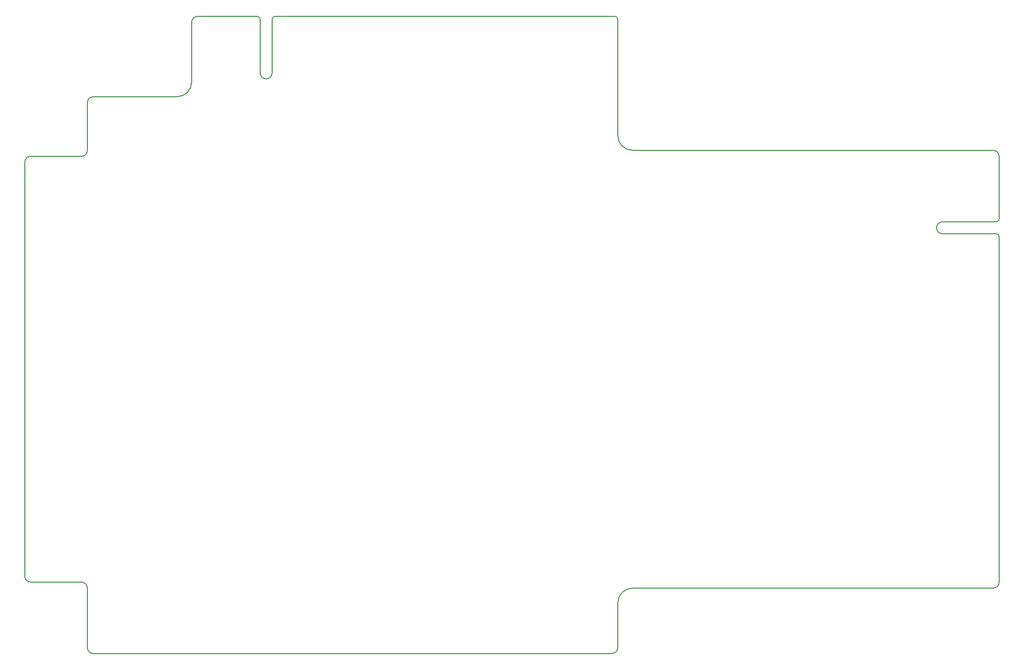
<source format=gm1>
G04 #@! TF.FileFunction,Profile,NP*
%FSLAX46Y46*%
G04 Gerber Fmt 4.6, Leading zero omitted, Abs format (unit mm)*
G04 Created by KiCad (PCBNEW 4.0.5) date 11/08/17 14:32:28*
%MOMM*%
%LPD*%
G01*
G04 APERTURE LIST*
%ADD10C,0.100000*%
%ADD11C,0.150000*%
G04 APERTURE END LIST*
D10*
D11*
X161544000Y-135128000D02*
X161544000Y-142748000D01*
X71120000Y-132588000D02*
X71120000Y-142748000D01*
X216916000Y-70104000D02*
G75*
G03X215900000Y-71120000I0J-1016000D01*
G01*
X215900000Y-71120000D02*
G75*
G03X216916000Y-72136000I1016000J0D01*
G01*
X86360000Y-48768000D02*
G75*
G03X88900000Y-46228000I0J2540000D01*
G01*
X101600000Y-45720000D02*
G75*
G03X102616000Y-44704000I0J1016000D01*
G01*
X100584000Y-44704000D02*
G75*
G03X101600000Y-45720000I1016000J0D01*
G01*
X88900000Y-46228000D02*
X88900000Y-36068000D01*
X161544000Y-35560000D02*
X161544000Y-55372000D01*
X100076000Y-35052000D02*
X89916000Y-35052000D01*
X100584000Y-44704000D02*
X100584000Y-35560000D01*
X102616000Y-35560000D02*
X102616000Y-44704000D01*
X161036000Y-35052000D02*
X103124000Y-35052000D01*
X89916000Y-35052000D02*
G75*
G03X88900000Y-36068000I0J-1016000D01*
G01*
X100584000Y-35560000D02*
G75*
G03X100076000Y-35052000I-508000J0D01*
G01*
X103124000Y-35052000D02*
G75*
G03X102616000Y-35560000I0J-508000D01*
G01*
X161544000Y-35560000D02*
G75*
G03X161036000Y-35052000I-508000J0D01*
G01*
X160528000Y-143764000D02*
X72136000Y-143764000D01*
X160528000Y-143764000D02*
G75*
G03X161544000Y-142748000I0J1016000D01*
G01*
X164084000Y-132588000D02*
G75*
G03X161544000Y-135128000I0J-2540000D01*
G01*
X86360000Y-48768000D02*
X72136000Y-48768000D01*
X164084000Y-132588000D02*
X225552000Y-132588000D01*
X164084000Y-57912000D02*
X225552000Y-57912000D01*
X161544000Y-55372000D02*
G75*
G03X164084000Y-57912000I2540000J0D01*
G01*
X70104000Y-58928000D02*
X61468000Y-58928000D01*
X71120000Y-49784000D02*
X71120000Y-57912000D01*
X226568000Y-69596000D02*
X226568000Y-58928000D01*
X216916000Y-70104000D02*
X226060000Y-70104000D01*
X226060000Y-72136000D02*
X216916000Y-72136000D01*
X226568000Y-131572000D02*
X226568000Y-72644000D01*
X61468000Y-131572000D02*
X70104000Y-131572000D01*
X60452000Y-59944000D02*
X60452000Y-130556000D01*
X70104000Y-58928000D02*
G75*
G03X71120000Y-57912000I0J1016000D01*
G01*
X72136000Y-48768000D02*
G75*
G03X71120000Y-49784000I0J-1016000D01*
G01*
X226568000Y-58928000D02*
G75*
G03X225552000Y-57912000I-1016000J0D01*
G01*
X226060000Y-70104000D02*
G75*
G03X226568000Y-69596000I0J508000D01*
G01*
X226568000Y-72644000D02*
G75*
G03X226060000Y-72136000I-508000J0D01*
G01*
X225552000Y-132588000D02*
G75*
G03X226568000Y-131572000I0J1016000D01*
G01*
X71120000Y-142748000D02*
G75*
G03X72136000Y-143764000I1016000J0D01*
G01*
X71120000Y-132588000D02*
G75*
G03X70104000Y-131572000I-1016000J0D01*
G01*
X60452000Y-130556000D02*
G75*
G03X61468000Y-131572000I1016000J0D01*
G01*
X61468000Y-58928000D02*
G75*
G03X60452000Y-59944000I0J-1016000D01*
G01*
M02*

</source>
